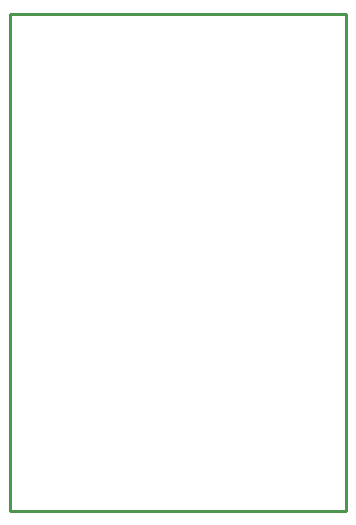
<source format=gbr>
G04 EAGLE Gerber X2 export*
%TF.Part,Single*%
%TF.FileFunction,Profile,NP*%
%TF.FilePolarity,Positive*%
%TF.GenerationSoftware,Autodesk,EAGLE,9.7.0*%
%TF.CreationDate,2022-05-12T22:10:33Z*%
G75*
%MOMM*%
%FSLAX46Y46*%
%LPD*%
%IN*%
%AMOC8*
5,1,8,0,0,1.08239X$1,22.5*%
G01*
G04 Define Apertures*
%ADD10C,0.254000*%
D10*
X0Y0D02*
X28428000Y0D01*
X28428000Y42088000D01*
X0Y42088000D01*
X0Y0D01*
M02*

</source>
